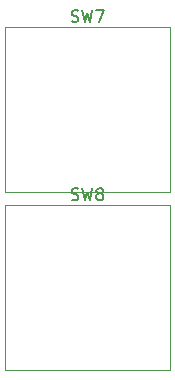
<source format=gbr>
%TF.GenerationSoftware,KiCad,Pcbnew,8.0.9-8.0.9-0~ubuntu22.04.1*%
%TF.CreationDate,2025-03-11T21:02:45+03:00*%
%TF.ProjectId,test,74657374-2e6b-4696-9361-645f70636258,rev?*%
%TF.SameCoordinates,Original*%
%TF.FileFunction,Legend,Top*%
%TF.FilePolarity,Positive*%
%FSLAX46Y46*%
G04 Gerber Fmt 4.6, Leading zero omitted, Abs format (unit mm)*
G04 Created by KiCad (PCBNEW 8.0.9-8.0.9-0~ubuntu22.04.1) date 2025-03-11 21:02:45*
%MOMM*%
%LPD*%
G01*
G04 APERTURE LIST*
%ADD10C,0.150000*%
%ADD11C,0.120000*%
G04 APERTURE END LIST*
D10*
X111476667Y-86573200D02*
X111619524Y-86620819D01*
X111619524Y-86620819D02*
X111857619Y-86620819D01*
X111857619Y-86620819D02*
X111952857Y-86573200D01*
X111952857Y-86573200D02*
X112000476Y-86525580D01*
X112000476Y-86525580D02*
X112048095Y-86430342D01*
X112048095Y-86430342D02*
X112048095Y-86335104D01*
X112048095Y-86335104D02*
X112000476Y-86239866D01*
X112000476Y-86239866D02*
X111952857Y-86192247D01*
X111952857Y-86192247D02*
X111857619Y-86144628D01*
X111857619Y-86144628D02*
X111667143Y-86097009D01*
X111667143Y-86097009D02*
X111571905Y-86049390D01*
X111571905Y-86049390D02*
X111524286Y-86001771D01*
X111524286Y-86001771D02*
X111476667Y-85906533D01*
X111476667Y-85906533D02*
X111476667Y-85811295D01*
X111476667Y-85811295D02*
X111524286Y-85716057D01*
X111524286Y-85716057D02*
X111571905Y-85668438D01*
X111571905Y-85668438D02*
X111667143Y-85620819D01*
X111667143Y-85620819D02*
X111905238Y-85620819D01*
X111905238Y-85620819D02*
X112048095Y-85668438D01*
X112381429Y-85620819D02*
X112619524Y-86620819D01*
X112619524Y-86620819D02*
X112810000Y-85906533D01*
X112810000Y-85906533D02*
X113000476Y-86620819D01*
X113000476Y-86620819D02*
X113238572Y-85620819D01*
X113762381Y-86049390D02*
X113667143Y-86001771D01*
X113667143Y-86001771D02*
X113619524Y-85954152D01*
X113619524Y-85954152D02*
X113571905Y-85858914D01*
X113571905Y-85858914D02*
X113571905Y-85811295D01*
X113571905Y-85811295D02*
X113619524Y-85716057D01*
X113619524Y-85716057D02*
X113667143Y-85668438D01*
X113667143Y-85668438D02*
X113762381Y-85620819D01*
X113762381Y-85620819D02*
X113952857Y-85620819D01*
X113952857Y-85620819D02*
X114048095Y-85668438D01*
X114048095Y-85668438D02*
X114095714Y-85716057D01*
X114095714Y-85716057D02*
X114143333Y-85811295D01*
X114143333Y-85811295D02*
X114143333Y-85858914D01*
X114143333Y-85858914D02*
X114095714Y-85954152D01*
X114095714Y-85954152D02*
X114048095Y-86001771D01*
X114048095Y-86001771D02*
X113952857Y-86049390D01*
X113952857Y-86049390D02*
X113762381Y-86049390D01*
X113762381Y-86049390D02*
X113667143Y-86097009D01*
X113667143Y-86097009D02*
X113619524Y-86144628D01*
X113619524Y-86144628D02*
X113571905Y-86239866D01*
X113571905Y-86239866D02*
X113571905Y-86430342D01*
X113571905Y-86430342D02*
X113619524Y-86525580D01*
X113619524Y-86525580D02*
X113667143Y-86573200D01*
X113667143Y-86573200D02*
X113762381Y-86620819D01*
X113762381Y-86620819D02*
X113952857Y-86620819D01*
X113952857Y-86620819D02*
X114048095Y-86573200D01*
X114048095Y-86573200D02*
X114095714Y-86525580D01*
X114095714Y-86525580D02*
X114143333Y-86430342D01*
X114143333Y-86430342D02*
X114143333Y-86239866D01*
X114143333Y-86239866D02*
X114095714Y-86144628D01*
X114095714Y-86144628D02*
X114048095Y-86097009D01*
X114048095Y-86097009D02*
X113952857Y-86049390D01*
X111476667Y-71483200D02*
X111619524Y-71530819D01*
X111619524Y-71530819D02*
X111857619Y-71530819D01*
X111857619Y-71530819D02*
X111952857Y-71483200D01*
X111952857Y-71483200D02*
X112000476Y-71435580D01*
X112000476Y-71435580D02*
X112048095Y-71340342D01*
X112048095Y-71340342D02*
X112048095Y-71245104D01*
X112048095Y-71245104D02*
X112000476Y-71149866D01*
X112000476Y-71149866D02*
X111952857Y-71102247D01*
X111952857Y-71102247D02*
X111857619Y-71054628D01*
X111857619Y-71054628D02*
X111667143Y-71007009D01*
X111667143Y-71007009D02*
X111571905Y-70959390D01*
X111571905Y-70959390D02*
X111524286Y-70911771D01*
X111524286Y-70911771D02*
X111476667Y-70816533D01*
X111476667Y-70816533D02*
X111476667Y-70721295D01*
X111476667Y-70721295D02*
X111524286Y-70626057D01*
X111524286Y-70626057D02*
X111571905Y-70578438D01*
X111571905Y-70578438D02*
X111667143Y-70530819D01*
X111667143Y-70530819D02*
X111905238Y-70530819D01*
X111905238Y-70530819D02*
X112048095Y-70578438D01*
X112381429Y-70530819D02*
X112619524Y-71530819D01*
X112619524Y-71530819D02*
X112810000Y-70816533D01*
X112810000Y-70816533D02*
X113000476Y-71530819D01*
X113000476Y-71530819D02*
X113238572Y-70530819D01*
X113524286Y-70530819D02*
X114190952Y-70530819D01*
X114190952Y-70530819D02*
X113762381Y-71530819D01*
D11*
%TO.C,SW8*%
X105825000Y-87055000D02*
X119795000Y-87055000D01*
X105825000Y-101025000D02*
X105825000Y-87055000D01*
X119795000Y-87055000D02*
X119795000Y-101025000D01*
X119795000Y-101025000D02*
X105825000Y-101025000D01*
%TO.C,SW7*%
X105825000Y-71965000D02*
X119795000Y-71965000D01*
X105825000Y-85935000D02*
X105825000Y-71965000D01*
X119795000Y-71965000D02*
X119795000Y-85935000D01*
X119795000Y-85935000D02*
X105825000Y-85935000D01*
%TD*%
M02*

</source>
